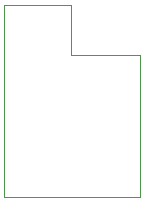
<source format=gm1>
G04 #@! TF.FileFunction,Profile,NP*
%FSLAX46Y46*%
G04 Gerber Fmt 4.6, Leading zero omitted, Abs format (unit mm)*
G04 Created by KiCad (PCBNEW 4.0.2-stable) date Lundi 30 mai 2016 16:07:32*
%MOMM*%
G01*
G04 APERTURE LIST*
%ADD10C,0.100000*%
G04 APERTURE END LIST*
D10*
X53700000Y-46000000D02*
X65200000Y-46000000D01*
X59400000Y-34000000D02*
X65200000Y-34000000D01*
X65200000Y-34000000D02*
X65200000Y-46000000D01*
X59400000Y-29800000D02*
X59400000Y-34000000D01*
X53700000Y-29800000D02*
X59400000Y-29800000D01*
X53700000Y-46000000D02*
X53700000Y-29800000D01*
M02*

</source>
